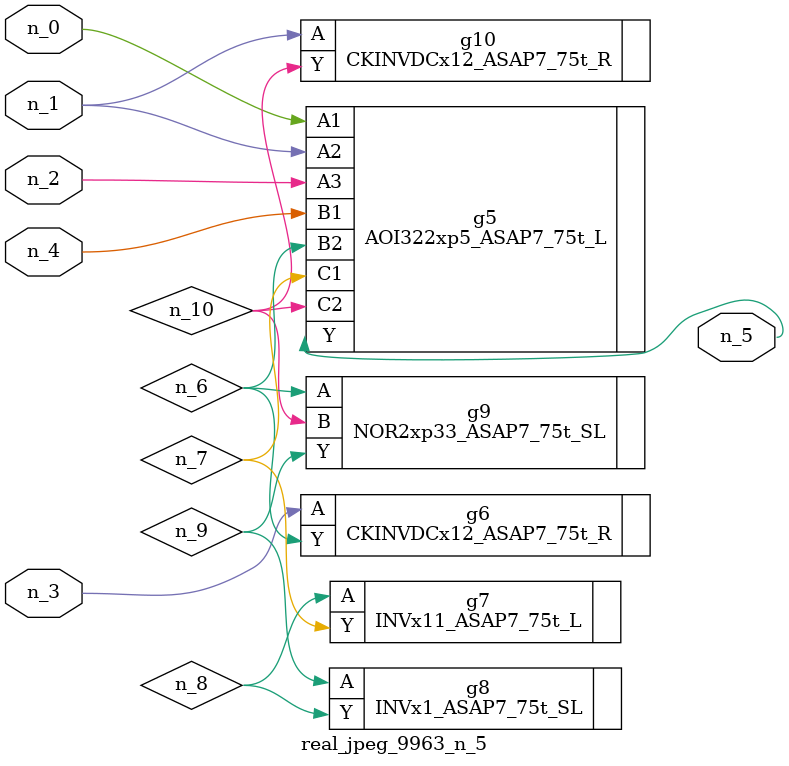
<source format=v>
module real_jpeg_9963_n_5 (n_4, n_0, n_1, n_2, n_3, n_5);

input n_4;
input n_0;
input n_1;
input n_2;
input n_3;

output n_5;

wire n_8;
wire n_6;
wire n_7;
wire n_10;
wire n_9;

AOI322xp5_ASAP7_75t_L g5 ( 
.A1(n_0),
.A2(n_1),
.A3(n_2),
.B1(n_4),
.B2(n_6),
.C1(n_7),
.C2(n_10),
.Y(n_5)
);

CKINVDCx12_ASAP7_75t_R g10 ( 
.A(n_1),
.Y(n_10)
);

CKINVDCx12_ASAP7_75t_R g6 ( 
.A(n_3),
.Y(n_6)
);

NOR2xp33_ASAP7_75t_SL g9 ( 
.A(n_6),
.B(n_10),
.Y(n_9)
);

INVx11_ASAP7_75t_L g7 ( 
.A(n_8),
.Y(n_7)
);

INVx1_ASAP7_75t_SL g8 ( 
.A(n_9),
.Y(n_8)
);


endmodule
</source>
